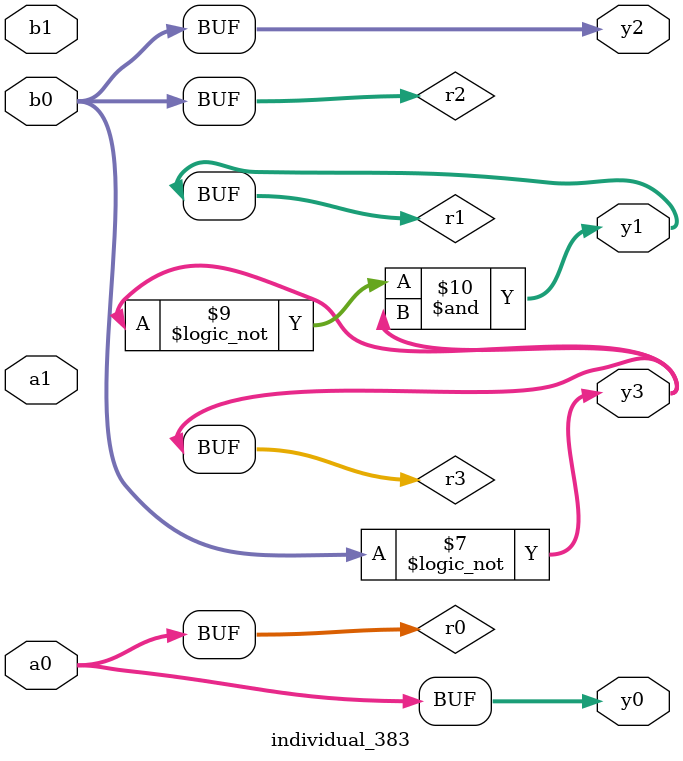
<source format=sv>
module individual_383(input logic [15:0] a1, input logic [15:0] a0, input logic [15:0] b1, input logic [15:0] b0, output logic [15:0] y3, output logic [15:0] y2, output logic [15:0] y1, output logic [15:0] y0);
logic [15:0] r0, r1, r2, r3; 
 always@(*) begin 
	 r0 = a0; r1 = a1; r2 = b0; r3 = b1; 
 	 r1  &=  b1 ;
 	 r1  |=  r2 ;
 	 r1  |=  r2 ;
 	 r1  |=  r0 ;
 	 r3  ^=  r2 ;
 	 r3 = ! b0 ;
 	 r1  |=  b1 ;
 	 r1 = ! r3 ;
 	 r1  &=  r3 ;
 	 y3 = r3; y2 = r2; y1 = r1; y0 = r0; 
end
endmodule
</source>
